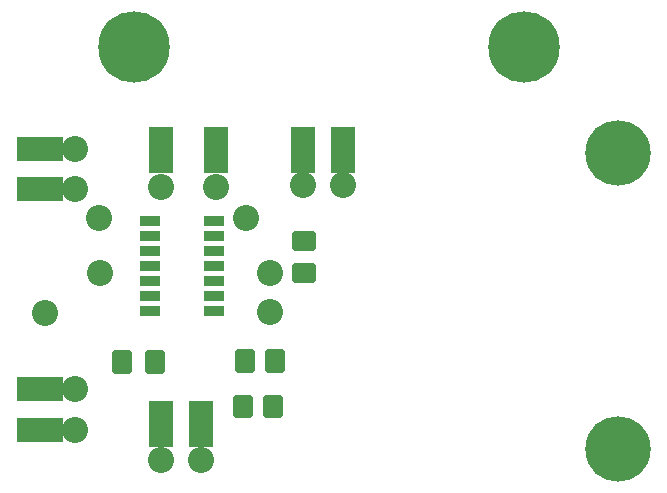
<source format=gbr>
G04 EAGLE Gerber RS-274X export*
G75*
%MOMM*%
%FSLAX34Y34*%
%LPD*%
%INSoldermask Top*%
%IPPOS*%
%AMOC8*
5,1,8,0,0,1.08239X$1,22.5*%
G01*
%ADD10C,0.510959*%
%ADD11R,1.728200X0.853200*%
%ADD12R,2.133600X4.013200*%
%ADD13C,2.203200*%
%ADD14C,6.045200*%
%ADD15R,4.013200X2.133600*%
%ADD16C,5.537200*%


D10*
X276539Y219909D02*
X276539Y231831D01*
X291461Y231831D01*
X291461Y219909D01*
X276539Y219909D01*
X276539Y224763D02*
X291461Y224763D01*
X291461Y229617D02*
X276539Y229617D01*
X276539Y204291D02*
X276539Y192369D01*
X276539Y204291D02*
X291461Y204291D01*
X291461Y192369D01*
X276539Y192369D01*
X276539Y197223D02*
X291461Y197223D01*
X291461Y202077D02*
X276539Y202077D01*
X163331Y130761D02*
X151409Y130761D01*
X163331Y130761D02*
X163331Y115839D01*
X151409Y115839D01*
X151409Y130761D01*
X151409Y120693D02*
X163331Y120693D01*
X163331Y125547D02*
X151409Y125547D01*
X151409Y130401D02*
X163331Y130401D01*
X135791Y130761D02*
X123869Y130761D01*
X135791Y130761D02*
X135791Y115839D01*
X123869Y115839D01*
X123869Y130761D01*
X123869Y120693D02*
X135791Y120693D01*
X135791Y125547D02*
X123869Y125547D01*
X123869Y130401D02*
X135791Y130401D01*
D11*
X207620Y166100D03*
X207620Y178800D03*
X207620Y191500D03*
X207620Y204200D03*
X207620Y216900D03*
X207620Y229600D03*
X207620Y242300D03*
X153380Y242300D03*
X153380Y229600D03*
X153380Y216900D03*
X153380Y204200D03*
X153380Y191500D03*
X153380Y178800D03*
X153380Y166100D03*
D12*
X317000Y303000D03*
X283000Y303000D03*
D13*
X317000Y273000D03*
X283000Y273000D03*
D10*
X265086Y131461D02*
X253164Y131461D01*
X265086Y131461D02*
X265086Y116539D01*
X253164Y116539D01*
X253164Y131461D01*
X253164Y121393D02*
X265086Y121393D01*
X265086Y126247D02*
X253164Y126247D01*
X253164Y131101D02*
X265086Y131101D01*
X240036Y131461D02*
X228114Y131461D01*
X240036Y131461D02*
X240036Y116539D01*
X228114Y116539D01*
X228114Y131461D01*
X228114Y121393D02*
X240036Y121393D01*
X240036Y126247D02*
X228114Y126247D01*
X228114Y131101D02*
X240036Y131101D01*
X238536Y78039D02*
X226614Y78039D01*
X226614Y92961D01*
X238536Y92961D01*
X238536Y78039D01*
X238536Y82893D02*
X226614Y82893D01*
X226614Y87747D02*
X238536Y87747D01*
X238536Y92601D02*
X226614Y92601D01*
X251664Y78039D02*
X263586Y78039D01*
X251664Y78039D02*
X251664Y92961D01*
X263586Y92961D01*
X263586Y78039D01*
X263586Y82893D02*
X251664Y82893D01*
X251664Y87747D02*
X263586Y87747D01*
X263586Y92601D02*
X251664Y92601D01*
D12*
X209700Y303000D03*
D13*
X209700Y271370D03*
D12*
X162600Y303000D03*
D13*
X162600Y271370D03*
D14*
X470000Y390000D03*
X140000Y390000D03*
D12*
X197000Y70500D03*
X163000Y70500D03*
D13*
X197000Y40500D03*
X163000Y40500D03*
D15*
X60000Y304000D03*
X60000Y270000D03*
D13*
X90000Y304000D03*
X90000Y270000D03*
D15*
X60000Y100000D03*
X60000Y66000D03*
D13*
X90000Y100000D03*
X90000Y66000D03*
D16*
X550000Y50000D03*
X550000Y300000D03*
D13*
X255000Y198250D03*
X111000Y198500D03*
X255000Y166000D03*
X65000Y165000D03*
X235000Y245000D03*
X110000Y245000D03*
M02*

</source>
